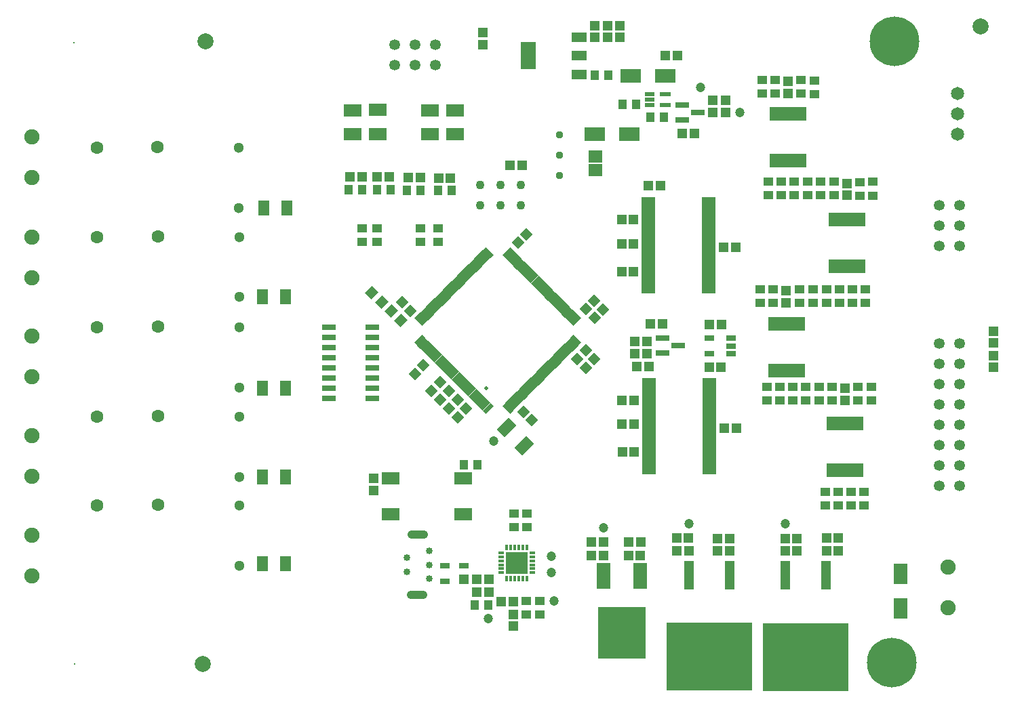
<source format=gts>
G04*
G04 #@! TF.GenerationSoftware,Altium Limited,Altium Designer,25.2.1 (25)*
G04*
G04 Layer_Color=8388736*
%FSLAX44Y44*%
%MOMM*%
G71*
G04*
G04 #@! TF.SameCoordinates,A71CF6F4-CF6F-4F02-8CC4-27F24B5748F8*
G04*
G04*
G04 #@! TF.FilePolarity,Negative*
G04*
G01*
G75*
G04:AMPARAMS|DCode=16|XSize=1.15mm|YSize=1.15mm|CornerRadius=0mm|HoleSize=0mm|Usage=FLASHONLY|Rotation=0.000|XOffset=0mm|YOffset=0mm|HoleType=Round|Shape=RoundedRectangle|*
%AMROUNDEDRECTD16*
21,1,1.1500,1.1500,0,0,0.0*
21,1,1.1500,1.1500,0,0,0.0*
1,1,0.0000,0.5750,-0.5750*
1,1,0.0000,-0.5750,-0.5750*
1,1,0.0000,-0.5750,0.5750*
1,1,0.0000,0.5750,0.5750*
%
%ADD16ROUNDEDRECTD16*%
%ADD17R,1.2000X1.1000*%
%ADD18R,1.1000X1.2000*%
G04:AMPARAMS|DCode=19|XSize=1.3938mm|YSize=0.5048mm|CornerRadius=0mm|HoleSize=0mm|Usage=FLASHONLY|Rotation=135.000|XOffset=0mm|YOffset=0mm|HoleType=Round|Shape=Rectangle|*
%AMROTATEDRECTD19*
4,1,4,0.6713,-0.3143,0.3143,-0.6713,-0.6713,0.3143,-0.3143,0.6713,0.6713,-0.3143,0.0*
%
%ADD19ROTATEDRECTD19*%

%ADD20R,0.4000X0.8000*%
%ADD21R,0.8000X0.4000*%
%ADD23R,2.7500X2.7500*%
G04:AMPARAMS|DCode=24|XSize=1.15mm|YSize=1.15mm|CornerRadius=0mm|HoleSize=0mm|Usage=FLASHONLY|Rotation=90.000|XOffset=0mm|YOffset=0mm|HoleType=Round|Shape=RoundedRectangle|*
%AMROUNDEDRECTD24*
21,1,1.1500,1.1500,0,0,90.0*
21,1,1.1500,1.1500,0,0,90.0*
1,1,0.0000,0.5750,0.5750*
1,1,0.0000,0.5750,-0.5750*
1,1,0.0000,-0.5750,-0.5750*
1,1,0.0000,-0.5750,0.5750*
%
%ADD24ROUNDEDRECTD24*%
%ADD25R,1.3000X0.8000*%
%ADD26R,1.3000X1.2500*%
%ADD28R,2.3000X1.5500*%
G04:AMPARAMS|DCode=29|XSize=1.3938mm|YSize=0.5048mm|CornerRadius=0mm|HoleSize=0mm|Usage=FLASHONLY|Rotation=225.000|XOffset=0mm|YOffset=0mm|HoleType=Round|Shape=Rectangle|*
%AMROTATEDRECTD29*
4,1,4,0.3143,0.6713,0.6713,0.3143,-0.3143,-0.6713,-0.6713,-0.3143,0.3143,0.6713,0.0*
%
%ADD29ROTATEDRECTD29*%

%ADD30R,1.2000X0.8000*%
%ADD31R,2.5500X1.7500*%
%ADD32R,0.6500X1.6750*%
%ADD33R,1.4000X0.6000*%
%ADD34R,1.7500X2.5500*%
%ADD35R,1.9500X1.1500*%
%ADD36R,1.9500X3.4000*%
%ADD37R,1.6750X0.5000*%
%ADD38R,1.7000X0.7500*%
%ADD39R,6.0000X6.4000*%
%ADD40R,1.8000X3.2000*%
G04:AMPARAMS|DCode=41|XSize=1.2mm|YSize=1.1mm|CornerRadius=0mm|HoleSize=0mm|Usage=FLASHONLY|Rotation=45.000|XOffset=0mm|YOffset=0mm|HoleType=Round|Shape=Rectangle|*
%AMROTATEDRECTD41*
4,1,4,-0.0354,-0.8132,-0.8132,-0.0354,0.0354,0.8132,0.8132,0.0354,-0.0354,-0.8132,0.0*
%
%ADD41ROTATEDRECTD41*%

G04:AMPARAMS|DCode=42|XSize=2.1mm|YSize=1.4mm|CornerRadius=0mm|HoleSize=0mm|Usage=FLASHONLY|Rotation=225.000|XOffset=0mm|YOffset=0mm|HoleType=Round|Shape=Rectangle|*
%AMROTATEDRECTD42*
4,1,4,0.2475,1.2374,1.2374,0.2475,-0.2475,-1.2374,-1.2374,-0.2475,0.2475,1.2374,0.0*
%
%ADD42ROTATEDRECTD42*%

%ADD43R,1.7000X1.5000*%
G04:AMPARAMS|DCode=44|XSize=1.15mm|YSize=1.15mm|CornerRadius=0mm|HoleSize=0mm|Usage=FLASHONLY|Rotation=135.000|XOffset=0mm|YOffset=0mm|HoleType=Round|Shape=RoundedRectangle|*
%AMROUNDEDRECTD44*
21,1,1.1500,1.1500,0,0,135.0*
21,1,1.1500,1.1500,0,0,135.0*
1,1,0.0000,0.0000,0.8132*
1,1,0.0000,0.8132,0.0000*
1,1,0.0000,0.0000,-0.8132*
1,1,0.0000,-0.8132,0.0000*
%
%ADD44ROUNDEDRECTD44*%
G04:AMPARAMS|DCode=45|XSize=1.15mm|YSize=1.15mm|CornerRadius=0mm|HoleSize=0mm|Usage=FLASHONLY|Rotation=225.000|XOffset=0mm|YOffset=0mm|HoleType=Round|Shape=RoundedRectangle|*
%AMROUNDEDRECTD45*
21,1,1.1500,1.1500,0,0,225.0*
21,1,1.1500,1.1500,0,0,225.0*
1,1,0.0000,-0.8132,0.0000*
1,1,0.0000,0.0000,0.8132*
1,1,0.0000,0.8132,0.0000*
1,1,0.0000,0.0000,-0.8132*
%
%ADD45ROUNDEDRECTD45*%
%ADD46R,1.7000X0.8000*%
%ADD47R,1.1560X3.6440*%
%ADD48R,10.6300X8.5200*%
%ADD49R,1.4800X1.9400*%
%ADD50C,1.2000*%
%ADD51R,2.2400X1.5400*%
%ADD52R,1.3000X0.5000*%
%ADD53C,2.0000*%
%ADD54C,6.2000*%
%ADD55O,2.6000X1.0500*%
%ADD56C,0.8500*%
%ADD57C,1.3500*%
%ADD58C,1.9000*%
%ADD59C,0.9400*%
%ADD60C,1.3000*%
%ADD61C,1.6000*%
%ADD62C,1.1000*%
%ADD63C,1.6500*%
%ADD64C,0.2000*%
%ADD65C,0.5000*%
D16*
X1004770Y204164D02*
D03*
X989770D02*
D03*
Y188593D02*
D03*
X1004770D02*
D03*
X1041340Y204366D02*
D03*
X1056340D02*
D03*
Y188366D02*
D03*
X1041340D02*
D03*
X519182Y655078D02*
D03*
X534182D02*
D03*
X571998Y654689D02*
D03*
X556998D02*
D03*
X619590Y137170D02*
D03*
X604590D02*
D03*
X619590Y152941D02*
D03*
X604590D02*
D03*
X650340Y125441D02*
D03*
X635340D02*
D03*
X446326Y656298D02*
D03*
X461326D02*
D03*
X480141Y656364D02*
D03*
X495141D02*
D03*
X855274Y807112D02*
D03*
X840274D02*
D03*
X646604Y670179D02*
D03*
X661604D02*
D03*
X747811Y199286D02*
D03*
X762811D02*
D03*
X905199Y188593D02*
D03*
X920199D02*
D03*
X920541Y204164D02*
D03*
X905541D02*
D03*
X854394Y188866D02*
D03*
X869394D02*
D03*
X869294Y205116D02*
D03*
X854294D02*
D03*
X809023Y182904D02*
D03*
X794023D02*
D03*
X794311Y199286D02*
D03*
X809311D02*
D03*
X762811Y182786D02*
D03*
X747811D02*
D03*
X861541Y710112D02*
D03*
X876541D02*
D03*
X910011Y471024D02*
D03*
X895011D02*
D03*
X804710Y419115D02*
D03*
X819710D02*
D03*
X786273Y376840D02*
D03*
X801273D02*
D03*
X786278Y346615D02*
D03*
X801278D02*
D03*
X786528Y311865D02*
D03*
X801528D02*
D03*
X928778Y341865D02*
D03*
X913778D02*
D03*
X834120Y645042D02*
D03*
X819120D02*
D03*
X785590Y602431D02*
D03*
X800590D02*
D03*
X785590Y572431D02*
D03*
X800590D02*
D03*
X785590Y537431D02*
D03*
X800590D02*
D03*
X928090Y567681D02*
D03*
X913090D02*
D03*
X909980Y418445D02*
D03*
X894979D02*
D03*
X821530Y471973D02*
D03*
X836530D02*
D03*
D17*
X983182Y376730D02*
D03*
X1048648Y393431D02*
D03*
X1080850Y393330D02*
D03*
X666340Y109191D02*
D03*
Y126191D02*
D03*
X683090Y125941D02*
D03*
Y108941D02*
D03*
X1090121Y515433D02*
D03*
Y498433D02*
D03*
X1041545Y515523D02*
D03*
Y498523D02*
D03*
X1073913Y498431D02*
D03*
Y515431D02*
D03*
X1057663Y498431D02*
D03*
Y515431D02*
D03*
X1034316Y632733D02*
D03*
Y649733D02*
D03*
X1099125Y632673D02*
D03*
Y649673D02*
D03*
X1050816Y649733D02*
D03*
Y632733D02*
D03*
X1083090Y649576D02*
D03*
Y632575D02*
D03*
X1017717Y650061D02*
D03*
Y633061D02*
D03*
X968717Y650061D02*
D03*
Y633061D02*
D03*
X1001217D02*
D03*
Y650061D02*
D03*
X984967Y633061D02*
D03*
Y650061D02*
D03*
X961312Y759810D02*
D03*
Y776811D02*
D03*
X1026217Y759561D02*
D03*
Y776561D02*
D03*
X977455Y776961D02*
D03*
Y759961D02*
D03*
X1009717Y776811D02*
D03*
Y759811D02*
D03*
X556654Y574384D02*
D03*
Y591384D02*
D03*
X534670Y574431D02*
D03*
Y591431D02*
D03*
X480141Y574836D02*
D03*
Y591836D02*
D03*
X461326Y574836D02*
D03*
Y591836D02*
D03*
X651340Y218191D02*
D03*
X667590D02*
D03*
X651340Y235191D02*
D03*
X667590D02*
D03*
X1024873Y498649D02*
D03*
Y515649D02*
D03*
X974926Y498206D02*
D03*
Y515206D02*
D03*
X1007623Y515399D02*
D03*
Y498399D02*
D03*
X958640Y515130D02*
D03*
Y498130D02*
D03*
X983182Y393730D02*
D03*
X999406Y393522D02*
D03*
Y376522D02*
D03*
X966808Y376599D02*
D03*
Y393599D02*
D03*
X1015656Y376522D02*
D03*
Y393522D02*
D03*
X1080850Y376330D02*
D03*
X1048648Y376431D02*
D03*
X1097350Y393330D02*
D03*
Y376330D02*
D03*
X1032398Y393431D02*
D03*
Y376431D02*
D03*
X1055840Y261931D02*
D03*
Y244931D02*
D03*
X1072090Y261931D02*
D03*
Y244931D02*
D03*
X1039590Y244931D02*
D03*
Y261931D02*
D03*
X1088340Y244931D02*
D03*
Y261931D02*
D03*
D18*
X556528Y638954D02*
D03*
X573528D02*
D03*
X619340Y121013D02*
D03*
X602340D02*
D03*
X605993Y296170D02*
D03*
X588993D02*
D03*
X803931Y746706D02*
D03*
X786931D02*
D03*
X838860Y730464D02*
D03*
X821860D02*
D03*
X461539Y639811D02*
D03*
X444539D02*
D03*
X517446Y638942D02*
D03*
X534446D02*
D03*
X497308Y639811D02*
D03*
X480308D02*
D03*
X769160Y783362D02*
D03*
X752160D02*
D03*
D19*
X671782Y395088D02*
D03*
X668246Y391552D02*
D03*
X533896Y476405D02*
D03*
X537431Y479941D02*
D03*
X540967Y483476D02*
D03*
X544502Y487012D02*
D03*
X548038Y490547D02*
D03*
X551573Y494083D02*
D03*
X555109Y497618D02*
D03*
X558645Y501154D02*
D03*
X562180Y504689D02*
D03*
X565716Y508225D02*
D03*
X569251Y511760D02*
D03*
X572787Y515296D02*
D03*
X576322Y518832D02*
D03*
X579858Y522367D02*
D03*
X583393Y525903D02*
D03*
X586929Y529438D02*
D03*
X590464Y532974D02*
D03*
X594000Y536509D02*
D03*
X597535Y540045D02*
D03*
X601071Y543580D02*
D03*
X604607Y547116D02*
D03*
X608142Y550651D02*
D03*
X611678Y554187D02*
D03*
X615213Y557723D02*
D03*
X618749Y561258D02*
D03*
X728350Y451656D02*
D03*
X724815Y448121D02*
D03*
X721279Y444585D02*
D03*
X717744Y441050D02*
D03*
X714208Y437514D02*
D03*
X710673Y433979D02*
D03*
X707137Y430443D02*
D03*
X703601Y426908D02*
D03*
X700066Y423372D02*
D03*
X696530Y419837D02*
D03*
X692995Y416301D02*
D03*
X689459Y412766D02*
D03*
X685924Y409230D02*
D03*
X682388Y405695D02*
D03*
X678853Y402159D02*
D03*
X675317Y398624D02*
D03*
X664711Y388017D02*
D03*
X661175Y384481D02*
D03*
X657639Y380946D02*
D03*
X654104Y377410D02*
D03*
X650568Y373875D02*
D03*
X647033Y370339D02*
D03*
X643497Y366804D02*
D03*
D20*
X657340Y193191D02*
D03*
X642340D02*
D03*
X647340D02*
D03*
X652340D02*
D03*
X662340D02*
D03*
X667340D02*
D03*
Y154191D02*
D03*
X662340D02*
D03*
X657340D02*
D03*
X652340D02*
D03*
X647340D02*
D03*
X642340D02*
D03*
D21*
X635340Y176191D02*
D03*
X674340Y186191D02*
D03*
Y181191D02*
D03*
Y176191D02*
D03*
Y171191D02*
D03*
Y166191D02*
D03*
Y161191D02*
D03*
X635340D02*
D03*
Y166191D02*
D03*
Y171191D02*
D03*
Y181191D02*
D03*
Y186191D02*
D03*
D23*
X654840Y173691D02*
D03*
D24*
X650090Y109441D02*
D03*
Y94441D02*
D03*
X476033Y279325D02*
D03*
Y264325D02*
D03*
X1066840Y647826D02*
D03*
Y632826D02*
D03*
X993590Y775061D02*
D03*
Y760061D02*
D03*
X612226Y836352D02*
D03*
Y821352D02*
D03*
X817672Y450234D02*
D03*
Y435234D02*
D03*
X801884Y450253D02*
D03*
Y435253D02*
D03*
X752035Y830043D02*
D03*
Y845043D02*
D03*
X767785Y830043D02*
D03*
Y845043D02*
D03*
X783785Y830043D02*
D03*
Y845043D02*
D03*
X991206Y498630D02*
D03*
Y513630D02*
D03*
X1064648Y376931D02*
D03*
Y391931D02*
D03*
X915090Y736459D02*
D03*
Y751459D02*
D03*
X899352Y736498D02*
D03*
Y751498D02*
D03*
X1249521Y432652D02*
D03*
Y417652D02*
D03*
Y448152D02*
D03*
Y463152D02*
D03*
D25*
X565340Y150741D02*
D03*
Y169941D02*
D03*
X588340D02*
D03*
D26*
Y152991D02*
D03*
D28*
X546467Y709040D02*
D03*
Y739040D02*
D03*
X481136Y739467D02*
D03*
Y709467D02*
D03*
X449613Y708967D02*
D03*
Y738967D02*
D03*
X577845Y709004D02*
D03*
Y739004D02*
D03*
D29*
X714208Y490547D02*
D03*
X707137Y497618D02*
D03*
X692995Y511760D02*
D03*
X696530Y508225D02*
D03*
X700066Y504689D02*
D03*
X703601Y501154D02*
D03*
X710673Y494083D02*
D03*
X643497Y561258D02*
D03*
X647033Y557723D02*
D03*
X650568Y554187D02*
D03*
X654104Y550651D02*
D03*
X657639Y547116D02*
D03*
X661175Y543580D02*
D03*
X664711Y540045D02*
D03*
X668246Y536509D02*
D03*
X671782Y532974D02*
D03*
X675317Y529438D02*
D03*
X678853Y525903D02*
D03*
X682388Y522367D02*
D03*
X685924Y518832D02*
D03*
X689459Y515296D02*
D03*
X717744Y487012D02*
D03*
X721279Y483476D02*
D03*
X724815Y479941D02*
D03*
X728350Y476405D02*
D03*
X618749Y366804D02*
D03*
X615213Y370339D02*
D03*
X611678Y373875D02*
D03*
X608142Y377410D02*
D03*
X604607Y380946D02*
D03*
X601071Y384481D02*
D03*
X597535Y388017D02*
D03*
X594000Y391552D02*
D03*
X590464Y395088D02*
D03*
X586929Y398624D02*
D03*
X583393Y402159D02*
D03*
X579858Y405695D02*
D03*
X576322Y409230D02*
D03*
X572787Y412766D02*
D03*
X569251Y416301D02*
D03*
X565716Y419837D02*
D03*
X562180Y423372D02*
D03*
X558645Y426908D02*
D03*
X555109Y430443D02*
D03*
X551573Y433979D02*
D03*
X548038Y437514D02*
D03*
X544502Y441050D02*
D03*
X540967Y444585D02*
D03*
X537431Y448121D02*
D03*
X533896Y451656D02*
D03*
D30*
X895031Y435214D02*
D03*
Y454214D02*
D03*
X922531D02*
D03*
Y444714D02*
D03*
Y435214D02*
D03*
D31*
X839774Y782351D02*
D03*
X796774D02*
D03*
X795117Y709119D02*
D03*
X752117D02*
D03*
D32*
X1086340Y543801D02*
D03*
X1079840D02*
D03*
X1073340D02*
D03*
X1066840D02*
D03*
X1060340D02*
D03*
X1053840D02*
D03*
X1047340D02*
D03*
Y602561D02*
D03*
X1053840D02*
D03*
X1060340D02*
D03*
X1066840D02*
D03*
X1073340D02*
D03*
X1079840D02*
D03*
X1086340D02*
D03*
X1013090Y675931D02*
D03*
X1006590D02*
D03*
X1000090D02*
D03*
X993590D02*
D03*
X987090D02*
D03*
X980590D02*
D03*
X974090D02*
D03*
Y734691D02*
D03*
X980590D02*
D03*
X987090D02*
D03*
X993590D02*
D03*
X1000090D02*
D03*
X1006590D02*
D03*
X1013090D02*
D03*
X1083840Y348061D02*
D03*
X1077340D02*
D03*
X1070840D02*
D03*
X1064340D02*
D03*
X1057840D02*
D03*
X1051340D02*
D03*
X1044840D02*
D03*
Y289301D02*
D03*
X1051340D02*
D03*
X1057840D02*
D03*
X1064340D02*
D03*
X1070840D02*
D03*
X1077340D02*
D03*
X1083840D02*
D03*
X1010840Y472561D02*
D03*
X1004340D02*
D03*
X997840D02*
D03*
X991340D02*
D03*
X984840D02*
D03*
X978340D02*
D03*
X971840D02*
D03*
Y413801D02*
D03*
X978340D02*
D03*
X984840D02*
D03*
X991340D02*
D03*
X997840D02*
D03*
X1004340D02*
D03*
X1010840D02*
D03*
D33*
X839774Y746128D02*
D03*
Y759128D02*
D03*
D34*
X1134340Y159976D02*
D03*
Y116976D02*
D03*
D35*
X732410Y784112D02*
D03*
Y807112D02*
D03*
Y830112D02*
D03*
D36*
X669410Y807112D02*
D03*
D37*
X818960Y627931D02*
D03*
Y622931D02*
D03*
Y617931D02*
D03*
Y612931D02*
D03*
Y607931D02*
D03*
Y602931D02*
D03*
Y597931D02*
D03*
Y592931D02*
D03*
Y587931D02*
D03*
Y582931D02*
D03*
Y577931D02*
D03*
Y572931D02*
D03*
Y567931D02*
D03*
Y562931D02*
D03*
Y557931D02*
D03*
Y552931D02*
D03*
Y547931D02*
D03*
Y542931D02*
D03*
Y537931D02*
D03*
Y532931D02*
D03*
Y527931D02*
D03*
Y522931D02*
D03*
Y517931D02*
D03*
Y512931D02*
D03*
X894720D02*
D03*
Y517931D02*
D03*
Y522931D02*
D03*
Y527931D02*
D03*
Y532931D02*
D03*
Y537931D02*
D03*
Y542931D02*
D03*
Y547931D02*
D03*
Y552931D02*
D03*
Y557931D02*
D03*
Y562931D02*
D03*
Y567931D02*
D03*
Y572931D02*
D03*
Y577931D02*
D03*
Y582931D02*
D03*
Y587931D02*
D03*
Y592931D02*
D03*
Y597931D02*
D03*
Y602931D02*
D03*
Y607931D02*
D03*
Y612931D02*
D03*
Y617931D02*
D03*
Y622931D02*
D03*
Y627931D02*
D03*
X819710Y401865D02*
D03*
Y396865D02*
D03*
Y391865D02*
D03*
Y386865D02*
D03*
Y381865D02*
D03*
Y376865D02*
D03*
Y371865D02*
D03*
Y366865D02*
D03*
Y361865D02*
D03*
Y356865D02*
D03*
Y351865D02*
D03*
Y346865D02*
D03*
Y341865D02*
D03*
Y336865D02*
D03*
Y331865D02*
D03*
Y326865D02*
D03*
Y321865D02*
D03*
Y316865D02*
D03*
Y311865D02*
D03*
Y306865D02*
D03*
Y301865D02*
D03*
Y296865D02*
D03*
Y291865D02*
D03*
Y286865D02*
D03*
X895470D02*
D03*
Y291865D02*
D03*
Y296865D02*
D03*
Y301865D02*
D03*
Y306865D02*
D03*
Y311865D02*
D03*
Y316865D02*
D03*
Y321865D02*
D03*
Y326865D02*
D03*
Y331865D02*
D03*
Y336865D02*
D03*
Y341865D02*
D03*
Y346865D02*
D03*
Y351865D02*
D03*
Y356865D02*
D03*
Y361865D02*
D03*
Y366865D02*
D03*
Y371865D02*
D03*
Y376865D02*
D03*
Y381865D02*
D03*
Y386865D02*
D03*
Y391865D02*
D03*
Y396865D02*
D03*
Y401865D02*
D03*
D38*
X474145Y378922D02*
D03*
Y391622D02*
D03*
Y404322D02*
D03*
Y417022D02*
D03*
Y429722D02*
D03*
Y442422D02*
D03*
Y455122D02*
D03*
Y467822D02*
D03*
X420145Y378922D02*
D03*
Y391622D02*
D03*
Y404322D02*
D03*
Y417022D02*
D03*
Y429722D02*
D03*
Y442422D02*
D03*
Y455122D02*
D03*
Y467822D02*
D03*
D39*
X786061Y85886D02*
D03*
D40*
X763201Y157686D02*
D03*
X808921D02*
D03*
D41*
X509974Y476100D02*
D03*
X497953Y488121D02*
D03*
X485918Y499515D02*
D03*
X473897Y511536D02*
D03*
D42*
X641691Y342329D02*
D03*
X664318Y319702D02*
D03*
D43*
X752606Y664256D02*
D03*
Y681256D02*
D03*
D44*
X522181Y488576D02*
D03*
X511575Y499183D02*
D03*
X673404Y351834D02*
D03*
X662798Y362441D02*
D03*
X740651Y417321D02*
D03*
X730045Y427927D02*
D03*
X751553Y428447D02*
D03*
X740947Y439053D02*
D03*
D45*
X666707Y584234D02*
D03*
X656100Y573628D02*
D03*
X527457Y409952D02*
D03*
X538063Y420559D02*
D03*
X559284Y377541D02*
D03*
X569891Y388148D02*
D03*
X548284Y388418D02*
D03*
X558891Y399024D02*
D03*
X762591Y490322D02*
D03*
X751985Y479715D02*
D03*
X751410Y501104D02*
D03*
X740803Y490497D02*
D03*
X580978Y355680D02*
D03*
X591585Y366287D02*
D03*
X570368Y366468D02*
D03*
X580975Y377075D02*
D03*
D46*
X855841Y445113D02*
D03*
X836841Y435613D02*
D03*
Y454613D02*
D03*
X880416Y736349D02*
D03*
X861416Y726850D02*
D03*
Y745850D02*
D03*
D47*
X990190Y157996D02*
D03*
X1040990D02*
D03*
X869394Y158496D02*
D03*
X920194D02*
D03*
D48*
X1015590Y55866D02*
D03*
X894794Y56366D02*
D03*
D49*
X366050Y280884D02*
D03*
X337450D02*
D03*
X366050Y172376D02*
D03*
X337450D02*
D03*
X366050Y391945D02*
D03*
X337450D02*
D03*
Y506273D02*
D03*
X366050D02*
D03*
X367617Y616952D02*
D03*
X339017D02*
D03*
D50*
X619340Y103948D02*
D03*
X701049Y125878D02*
D03*
X697840Y161691D02*
D03*
Y181691D02*
D03*
X990182Y222681D02*
D03*
X763201Y217146D02*
D03*
X626160Y325803D02*
D03*
X933055Y736498D02*
D03*
X883831Y768000D02*
D03*
X869500Y222681D02*
D03*
D51*
X497173Y234496D02*
D03*
Y279095D02*
D03*
X588173Y234496D02*
D03*
Y279095D02*
D03*
D52*
X820774Y759128D02*
D03*
Y752628D02*
D03*
Y746128D02*
D03*
D53*
X266000Y825500D02*
D03*
X262750Y46933D02*
D03*
X1234144Y843523D02*
D03*
D54*
X1126000Y825000D02*
D03*
X1123265Y48500D02*
D03*
D55*
X530679Y208531D02*
D03*
X530429Y133941D02*
D03*
D56*
X545179Y188441D02*
D03*
X517349Y179941D02*
D03*
X545179Y171191D02*
D03*
X517349Y162191D02*
D03*
X545179Y153691D02*
D03*
D57*
X552752Y820728D02*
D03*
Y795328D02*
D03*
X527352Y820728D02*
D03*
Y795328D02*
D03*
X501952Y820728D02*
D03*
Y795328D02*
D03*
X1181798Y448121D02*
D03*
X1207198D02*
D03*
X1181798Y422721D02*
D03*
X1207198D02*
D03*
X1181798Y397321D02*
D03*
X1207198D02*
D03*
X1181798Y371921D02*
D03*
X1207198D02*
D03*
X1181798Y346521D02*
D03*
X1207198D02*
D03*
X1181798Y321121D02*
D03*
X1207198D02*
D03*
X1181798Y295721D02*
D03*
X1207198D02*
D03*
X1181798Y270321D02*
D03*
X1207198D02*
D03*
X1182404Y620426D02*
D03*
X1207804D02*
D03*
X1182404Y595026D02*
D03*
X1207804D02*
D03*
X1182404Y569626D02*
D03*
X1207804D02*
D03*
D58*
X1193371Y117131D02*
D03*
Y167931D02*
D03*
X49500Y157384D02*
D03*
Y208184D02*
D03*
Y332934D02*
D03*
Y282134D02*
D03*
X49750Y406084D02*
D03*
Y456884D02*
D03*
Y580576D02*
D03*
Y529776D02*
D03*
Y655084D02*
D03*
Y705884D02*
D03*
D59*
X707867Y708506D02*
D03*
Y683106D02*
D03*
Y657706D02*
D03*
D60*
X308000Y692134D02*
D03*
Y617134D02*
D03*
X308500Y580884D02*
D03*
Y505884D02*
D03*
X308750Y467884D02*
D03*
Y392884D02*
D03*
X308500Y355884D02*
D03*
Y280884D02*
D03*
X308750Y245384D02*
D03*
Y170384D02*
D03*
D61*
X206000Y693134D02*
D03*
X130250Y692134D02*
D03*
X206500Y581884D02*
D03*
X130750Y580884D02*
D03*
X206750Y468884D02*
D03*
X131000Y467884D02*
D03*
X206500Y356884D02*
D03*
X130750Y355884D02*
D03*
X206750Y246384D02*
D03*
X131000Y245384D02*
D03*
D62*
X660119Y645754D02*
D03*
X660119Y620354D02*
D03*
X634719Y645754D02*
D03*
Y620354D02*
D03*
X609319Y645754D02*
D03*
Y620354D02*
D03*
D63*
X1205030Y709291D02*
D03*
Y734691D02*
D03*
Y760091D02*
D03*
D64*
X102339Y46933D02*
D03*
X102089Y823933D02*
D03*
D65*
X616480Y391433D02*
D03*
M02*

</source>
